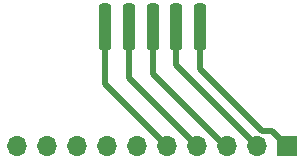
<source format=gbr>
%TF.GenerationSoftware,KiCad,Pcbnew,8.0.4*%
%TF.CreationDate,2024-08-13T15:07:55-04:00*%
%TF.ProjectId,Opta-breakout,4f707461-2d62-4726-9561-6b6f75742e6b,rev?*%
%TF.SameCoordinates,Original*%
%TF.FileFunction,Copper,L1,Top*%
%TF.FilePolarity,Positive*%
%FSLAX46Y46*%
G04 Gerber Fmt 4.6, Leading zero omitted, Abs format (unit mm)*
G04 Created by KiCad (PCBNEW 8.0.4) date 2024-08-13 15:07:55*
%MOMM*%
%LPD*%
G01*
G04 APERTURE LIST*
G04 Aperture macros list*
%AMRoundRect*
0 Rectangle with rounded corners*
0 $1 Rounding radius*
0 $2 $3 $4 $5 $6 $7 $8 $9 X,Y pos of 4 corners*
0 Add a 4 corners polygon primitive as box body*
4,1,4,$2,$3,$4,$5,$6,$7,$8,$9,$2,$3,0*
0 Add four circle primitives for the rounded corners*
1,1,$1+$1,$2,$3*
1,1,$1+$1,$4,$5*
1,1,$1+$1,$6,$7*
1,1,$1+$1,$8,$9*
0 Add four rect primitives between the rounded corners*
20,1,$1+$1,$2,$3,$4,$5,0*
20,1,$1+$1,$4,$5,$6,$7,0*
20,1,$1+$1,$6,$7,$8,$9,0*
20,1,$1+$1,$8,$9,$2,$3,0*%
G04 Aperture macros list end*
%TA.AperFunction,ComponentPad*%
%ADD10R,1.700000X1.700000*%
%TD*%
%TA.AperFunction,ComponentPad*%
%ADD11O,1.700000X1.700000*%
%TD*%
%TA.AperFunction,SMDPad,CuDef*%
%ADD12RoundRect,0.250000X0.250000X-1.750000X0.250000X1.750000X-0.250000X1.750000X-0.250000X-1.750000X0*%
%TD*%
%TA.AperFunction,Conductor*%
%ADD13C,0.500000*%
%TD*%
G04 APERTURE END LIST*
D10*
%TO.P,J2,1,Pin_1*%
%TO.N,Net-(J1-Pin_1)*%
X160401000Y-76581000D03*
D11*
%TO.P,J2,2,Pin_2*%
%TO.N,Net-(J1-Pin_2)*%
X157861000Y-76581000D03*
%TO.P,J2,3,Pin_3*%
%TO.N,Net-(J1-Pin_3)*%
X155321001Y-76581000D03*
%TO.P,J2,4,Pin_4*%
%TO.N,Net-(J1-Pin_4)*%
X152781000Y-76581000D03*
%TO.P,J2,5,Pin_5*%
%TO.N,Net-(J1-Pin_5)*%
X150241000Y-76581000D03*
%TO.P,J2,6,Pin_6*%
%TO.N,Net-(J1-Pin_6)*%
X147701000Y-76581000D03*
%TO.P,J2,7,Pin_7*%
%TO.N,Net-(J1-Pin_7)*%
X145161000Y-76581000D03*
%TO.P,J2,8,Pin_8*%
%TO.N,Net-(J1-Pin_8)*%
X142620999Y-76581000D03*
%TO.P,J2,9,Pin_9*%
%TO.N,Net-(J1-Pin_9)*%
X140081000Y-76581000D03*
%TO.P,J2,10,Pin_10*%
%TO.N,Net-(J1-Pin_10)*%
X137541000Y-76581000D03*
%TD*%
D12*
%TO.P,J1,1,Pin_1*%
%TO.N,Net-(J1-Pin_1)*%
X153000000Y-66500000D03*
%TO.P,J1,2,Pin_2*%
%TO.N,Net-(J1-Pin_2)*%
X151000000Y-66500000D03*
%TO.P,J1,3,Pin_3*%
%TO.N,Net-(J1-Pin_3)*%
X149000000Y-66500000D03*
%TO.P,J1,4,Pin_4*%
%TO.N,Net-(J1-Pin_4)*%
X147000000Y-66500000D03*
%TO.P,J1,5,Pin_5*%
%TO.N,Net-(J1-Pin_5)*%
X145000000Y-66500000D03*
%TD*%
D13*
%TO.N,Net-(J1-Pin_2)*%
X151000000Y-69720000D02*
X151000000Y-66500000D01*
X157861000Y-76581000D02*
X151000000Y-69720000D01*
%TO.N,Net-(J1-Pin_1)*%
X153000000Y-70060660D02*
X158220340Y-75281000D01*
X160401000Y-76581000D02*
X160083000Y-76581000D01*
X159101000Y-75281000D02*
X160401000Y-76581000D01*
X153000000Y-66500000D02*
X153000000Y-70060660D01*
X158220340Y-75281000D02*
X159101000Y-75281000D01*
%TO.N,Net-(J1-Pin_5)*%
X145000000Y-71340000D02*
X145000000Y-66500000D01*
X150241000Y-76581000D02*
X145000000Y-71340000D01*
%TO.N,Net-(J1-Pin_4)*%
X152781000Y-76581000D02*
X147000000Y-70800000D01*
X147000000Y-70800000D02*
X147000000Y-66500000D01*
%TO.N,Net-(J1-Pin_3)*%
X155321001Y-76581000D02*
X155086122Y-76581000D01*
X149000000Y-70494878D02*
X149000000Y-66500000D01*
X155086122Y-76581000D02*
X149000000Y-70494878D01*
%TD*%
M02*

</source>
